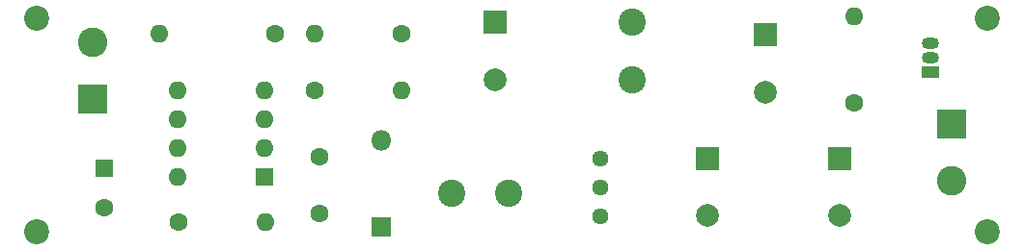
<source format=gbs>
%TF.GenerationSoftware,KiCad,Pcbnew,(5.1.12)-1*%
%TF.CreationDate,2022-12-13T06:14:48+01:00*%
%TF.ProjectId,MC34063_boost,4d433334-3036-4335-9f62-6f6f73742e6b,rev?*%
%TF.SameCoordinates,Original*%
%TF.FileFunction,Soldermask,Bot*%
%TF.FilePolarity,Negative*%
%FSLAX46Y46*%
G04 Gerber Fmt 4.6, Leading zero omitted, Abs format (unit mm)*
G04 Created by KiCad (PCBNEW (5.1.12)-1) date 2022-12-13 06:14:48*
%MOMM*%
%LPD*%
G01*
G04 APERTURE LIST*
%ADD10C,1.600000*%
%ADD11R,1.800000X1.800000*%
%ADD12O,1.800000X1.800000*%
%ADD13C,2.600000*%
%ADD14R,2.600000X2.600000*%
%ADD15C,2.400000*%
%ADD16O,1.500000X1.050000*%
%ADD17R,1.500000X1.050000*%
%ADD18O,1.600000X1.600000*%
%ADD19C,1.440000*%
%ADD20R,1.600000X1.600000*%
%ADD21R,2.000000X2.000000*%
%ADD22C,2.000000*%
%ADD23C,2.200000*%
G04 APERTURE END LIST*
D10*
%TO.C,C2*%
X72400000Y-78800000D03*
X72400000Y-73800000D03*
%TD*%
D11*
%TO.C,D1*%
X77800000Y-80000000D03*
D12*
X77800000Y-72380000D03*
%TD*%
D13*
%TO.C,J1*%
X52500000Y-63700000D03*
D14*
X52500000Y-68700000D03*
%TD*%
%TO.C,J2*%
X127800000Y-70900000D03*
D13*
X127800000Y-75900000D03*
%TD*%
D15*
%TO.C,L1*%
X84000000Y-77000000D03*
X89000000Y-77000000D03*
%TD*%
%TO.C,L2*%
X99800000Y-67000000D03*
X99800000Y-62000000D03*
%TD*%
D16*
%TO.C,Q1*%
X126000000Y-65130000D03*
X126000000Y-63860000D03*
D17*
X126000000Y-66400000D03*
%TD*%
D10*
%TO.C,R1*%
X68500000Y-63000000D03*
D18*
X58340000Y-63000000D03*
%TD*%
D10*
%TO.C,R2*%
X79600000Y-63000000D03*
D18*
X71980000Y-63000000D03*
%TD*%
%TO.C,R3*%
X67620000Y-79600000D03*
D10*
X60000000Y-79600000D03*
%TD*%
%TO.C,R4*%
X72000000Y-68000000D03*
D18*
X79620000Y-68000000D03*
%TD*%
%TO.C,R5*%
X119300000Y-61480000D03*
D10*
X119300000Y-69100000D03*
%TD*%
D19*
%TO.C,RV1*%
X97000000Y-74000000D03*
X97000000Y-76540000D03*
X97000000Y-79080000D03*
%TD*%
D20*
%TO.C,U1*%
X67600000Y-75600000D03*
D18*
X59980000Y-67980000D03*
X67600000Y-73060000D03*
X59980000Y-70520000D03*
X67600000Y-70520000D03*
X59980000Y-73060000D03*
X67600000Y-67980000D03*
X59980000Y-75600000D03*
%TD*%
D21*
%TO.C,C3*%
X87800000Y-62000000D03*
D22*
X87800000Y-67000000D03*
%TD*%
%TO.C,C4*%
X106400000Y-79000000D03*
D21*
X106400000Y-74000000D03*
%TD*%
D22*
%TO.C,C5*%
X111500000Y-68100000D03*
D21*
X111500000Y-63100000D03*
%TD*%
%TO.C,C6*%
X118000000Y-74000000D03*
D22*
X118000000Y-79000000D03*
%TD*%
D23*
%TO.C,H1*%
X47600000Y-80400000D03*
%TD*%
%TO.C,H2*%
X47600000Y-61600000D03*
%TD*%
%TO.C,H3*%
X131000000Y-61600000D03*
%TD*%
%TO.C,H4*%
X131000000Y-80400000D03*
%TD*%
D20*
%TO.C,C1*%
X53500000Y-74800000D03*
D10*
X53500000Y-78300000D03*
%TD*%
M02*

</source>
